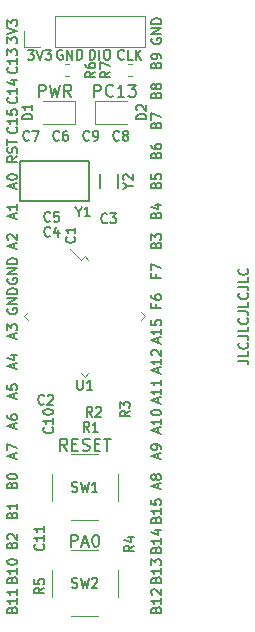
<source format=gto>
G04 #@! TF.GenerationSoftware,KiCad,Pcbnew,(5.1.6)-1*
G04 #@! TF.CreationDate,2020-06-29T16:56:31-07:00*
G04 #@! TF.ProjectId,devboard-edgerail,64657662-6f61-4726-942d-656467657261,A*
G04 #@! TF.SameCoordinates,PX7c82060PY49a3900*
G04 #@! TF.FileFunction,Legend,Top*
G04 #@! TF.FilePolarity,Positive*
%FSLAX46Y46*%
G04 Gerber Fmt 4.6, Leading zero omitted, Abs format (unit mm)*
G04 Created by KiCad (PCBNEW (5.1.6)-1) date 2020-06-29 16:56:31*
%MOMM*%
%LPD*%
G01*
G04 APERTURE LIST*
%ADD10C,0.203200*%
%ADD11C,0.152400*%
%ADD12C,0.120000*%
%ADD13C,0.150000*%
G04 APERTURE END LIST*
D10*
X7958666Y-45163619D02*
X7958666Y-44147619D01*
X8345714Y-44147619D01*
X8442476Y-44196000D01*
X8490857Y-44244380D01*
X8539238Y-44341142D01*
X8539238Y-44486285D01*
X8490857Y-44583047D01*
X8442476Y-44631428D01*
X8345714Y-44679809D01*
X7958666Y-44679809D01*
X8926285Y-44873333D02*
X9410095Y-44873333D01*
X8829523Y-45163619D02*
X9168190Y-44147619D01*
X9506857Y-45163619D01*
X10039047Y-44147619D02*
X10135809Y-44147619D01*
X10232571Y-44196000D01*
X10280952Y-44244380D01*
X10329333Y-44341142D01*
X10377714Y-44534666D01*
X10377714Y-44776571D01*
X10329333Y-44970095D01*
X10280952Y-45066857D01*
X10232571Y-45115238D01*
X10135809Y-45163619D01*
X10039047Y-45163619D01*
X9942285Y-45115238D01*
X9893904Y-45066857D01*
X9845523Y-44970095D01*
X9797142Y-44776571D01*
X9797142Y-44534666D01*
X9845523Y-44341142D01*
X9893904Y-44244380D01*
X9942285Y-44196000D01*
X10039047Y-44147619D01*
X7668380Y-37035619D02*
X7329714Y-36551809D01*
X7087809Y-37035619D02*
X7087809Y-36019619D01*
X7474857Y-36019619D01*
X7571619Y-36068000D01*
X7620000Y-36116380D01*
X7668380Y-36213142D01*
X7668380Y-36358285D01*
X7620000Y-36455047D01*
X7571619Y-36503428D01*
X7474857Y-36551809D01*
X7087809Y-36551809D01*
X8103809Y-36503428D02*
X8442476Y-36503428D01*
X8587619Y-37035619D02*
X8103809Y-37035619D01*
X8103809Y-36019619D01*
X8587619Y-36019619D01*
X8974666Y-36987238D02*
X9119809Y-37035619D01*
X9361714Y-37035619D01*
X9458476Y-36987238D01*
X9506857Y-36938857D01*
X9555238Y-36842095D01*
X9555238Y-36745333D01*
X9506857Y-36648571D01*
X9458476Y-36600190D01*
X9361714Y-36551809D01*
X9168190Y-36503428D01*
X9071428Y-36455047D01*
X9023047Y-36406666D01*
X8974666Y-36309904D01*
X8974666Y-36213142D01*
X9023047Y-36116380D01*
X9071428Y-36068000D01*
X9168190Y-36019619D01*
X9410095Y-36019619D01*
X9555238Y-36068000D01*
X9990666Y-36503428D02*
X10329333Y-36503428D01*
X10474476Y-37035619D02*
X9990666Y-37035619D01*
X9990666Y-36019619D01*
X10474476Y-36019619D01*
X10764761Y-36019619D02*
X11345333Y-36019619D01*
X11055047Y-37035619D02*
X11055047Y-36019619D01*
X9942285Y-7063619D02*
X9942285Y-6047619D01*
X10329333Y-6047619D01*
X10426095Y-6096000D01*
X10474476Y-6144380D01*
X10522857Y-6241142D01*
X10522857Y-6386285D01*
X10474476Y-6483047D01*
X10426095Y-6531428D01*
X10329333Y-6579809D01*
X9942285Y-6579809D01*
X11538857Y-6966857D02*
X11490476Y-7015238D01*
X11345333Y-7063619D01*
X11248571Y-7063619D01*
X11103428Y-7015238D01*
X11006666Y-6918476D01*
X10958285Y-6821714D01*
X10909904Y-6628190D01*
X10909904Y-6483047D01*
X10958285Y-6289523D01*
X11006666Y-6192761D01*
X11103428Y-6096000D01*
X11248571Y-6047619D01*
X11345333Y-6047619D01*
X11490476Y-6096000D01*
X11538857Y-6144380D01*
X12506476Y-7063619D02*
X11925904Y-7063619D01*
X12216190Y-7063619D02*
X12216190Y-6047619D01*
X12119428Y-6192761D01*
X12022666Y-6289523D01*
X11925904Y-6337904D01*
X12845142Y-6047619D02*
X13474095Y-6047619D01*
X13135428Y-6434666D01*
X13280571Y-6434666D01*
X13377333Y-6483047D01*
X13425714Y-6531428D01*
X13474095Y-6628190D01*
X13474095Y-6870095D01*
X13425714Y-6966857D01*
X13377333Y-7015238D01*
X13280571Y-7063619D01*
X12990285Y-7063619D01*
X12893523Y-7015238D01*
X12845142Y-6966857D01*
X5249333Y-7063619D02*
X5249333Y-6047619D01*
X5636380Y-6047619D01*
X5733142Y-6096000D01*
X5781523Y-6144380D01*
X5829904Y-6241142D01*
X5829904Y-6386285D01*
X5781523Y-6483047D01*
X5733142Y-6531428D01*
X5636380Y-6579809D01*
X5249333Y-6579809D01*
X6168571Y-6047619D02*
X6410476Y-7063619D01*
X6604000Y-6337904D01*
X6797523Y-7063619D01*
X7039428Y-6047619D01*
X8007047Y-7063619D02*
X7668380Y-6579809D01*
X7426476Y-7063619D02*
X7426476Y-6047619D01*
X7813523Y-6047619D01*
X7910285Y-6096000D01*
X7958666Y-6144380D01*
X8007047Y-6241142D01*
X8007047Y-6386285D01*
X7958666Y-6483047D01*
X7910285Y-6531428D01*
X7813523Y-6579809D01*
X7426476Y-6579809D01*
D11*
X15181942Y-50500038D02*
X15220647Y-50383923D01*
X15259352Y-50345219D01*
X15336761Y-50306514D01*
X15452876Y-50306514D01*
X15530285Y-50345219D01*
X15568990Y-50383923D01*
X15607695Y-50461333D01*
X15607695Y-50770971D01*
X14794895Y-50770971D01*
X14794895Y-50500038D01*
X14833600Y-50422628D01*
X14872304Y-50383923D01*
X14949714Y-50345219D01*
X15027123Y-50345219D01*
X15104533Y-50383923D01*
X15143238Y-50422628D01*
X15181942Y-50500038D01*
X15181942Y-50770971D01*
X15607695Y-49532419D02*
X15607695Y-49996876D01*
X15607695Y-49764647D02*
X14794895Y-49764647D01*
X14911009Y-49842057D01*
X14988419Y-49919466D01*
X15027123Y-49996876D01*
X14872304Y-49222780D02*
X14833600Y-49184076D01*
X14794895Y-49106666D01*
X14794895Y-48913142D01*
X14833600Y-48835733D01*
X14872304Y-48797028D01*
X14949714Y-48758323D01*
X15027123Y-48758323D01*
X15143238Y-48797028D01*
X15607695Y-49261485D01*
X15607695Y-48758323D01*
X15181942Y-47960038D02*
X15220647Y-47843923D01*
X15259352Y-47805219D01*
X15336761Y-47766514D01*
X15452876Y-47766514D01*
X15530285Y-47805219D01*
X15568990Y-47843923D01*
X15607695Y-47921333D01*
X15607695Y-48230971D01*
X14794895Y-48230971D01*
X14794895Y-47960038D01*
X14833600Y-47882628D01*
X14872304Y-47843923D01*
X14949714Y-47805219D01*
X15027123Y-47805219D01*
X15104533Y-47843923D01*
X15143238Y-47882628D01*
X15181942Y-47960038D01*
X15181942Y-48230971D01*
X15607695Y-46992419D02*
X15607695Y-47456876D01*
X15607695Y-47224647D02*
X14794895Y-47224647D01*
X14911009Y-47302057D01*
X14988419Y-47379466D01*
X15027123Y-47456876D01*
X14794895Y-46721485D02*
X14794895Y-46218323D01*
X15104533Y-46489257D01*
X15104533Y-46373142D01*
X15143238Y-46295733D01*
X15181942Y-46257028D01*
X15259352Y-46218323D01*
X15452876Y-46218323D01*
X15530285Y-46257028D01*
X15568990Y-46295733D01*
X15607695Y-46373142D01*
X15607695Y-46605371D01*
X15568990Y-46682780D01*
X15530285Y-46721485D01*
X15181942Y-45420038D02*
X15220647Y-45303923D01*
X15259352Y-45265219D01*
X15336761Y-45226514D01*
X15452876Y-45226514D01*
X15530285Y-45265219D01*
X15568990Y-45303923D01*
X15607695Y-45381333D01*
X15607695Y-45690971D01*
X14794895Y-45690971D01*
X14794895Y-45420038D01*
X14833600Y-45342628D01*
X14872304Y-45303923D01*
X14949714Y-45265219D01*
X15027123Y-45265219D01*
X15104533Y-45303923D01*
X15143238Y-45342628D01*
X15181942Y-45420038D01*
X15181942Y-45690971D01*
X15607695Y-44452419D02*
X15607695Y-44916876D01*
X15607695Y-44684647D02*
X14794895Y-44684647D01*
X14911009Y-44762057D01*
X14988419Y-44839466D01*
X15027123Y-44916876D01*
X15065828Y-43755733D02*
X15607695Y-43755733D01*
X14756190Y-43949257D02*
X15336761Y-44142780D01*
X15336761Y-43639619D01*
X15181942Y-42880038D02*
X15220647Y-42763923D01*
X15259352Y-42725219D01*
X15336761Y-42686514D01*
X15452876Y-42686514D01*
X15530285Y-42725219D01*
X15568990Y-42763923D01*
X15607695Y-42841333D01*
X15607695Y-43150971D01*
X14794895Y-43150971D01*
X14794895Y-42880038D01*
X14833600Y-42802628D01*
X14872304Y-42763923D01*
X14949714Y-42725219D01*
X15027123Y-42725219D01*
X15104533Y-42763923D01*
X15143238Y-42802628D01*
X15181942Y-42880038D01*
X15181942Y-43150971D01*
X15607695Y-41912419D02*
X15607695Y-42376876D01*
X15607695Y-42144647D02*
X14794895Y-42144647D01*
X14911009Y-42222057D01*
X14988419Y-42299466D01*
X15027123Y-42376876D01*
X14794895Y-41177028D02*
X14794895Y-41564076D01*
X15181942Y-41602780D01*
X15143238Y-41564076D01*
X15104533Y-41486666D01*
X15104533Y-41293142D01*
X15143238Y-41215733D01*
X15181942Y-41177028D01*
X15259352Y-41138323D01*
X15452876Y-41138323D01*
X15530285Y-41177028D01*
X15568990Y-41215733D01*
X15607695Y-41293142D01*
X15607695Y-41486666D01*
X15568990Y-41564076D01*
X15530285Y-41602780D01*
X15375466Y-40204571D02*
X15375466Y-39817523D01*
X15607695Y-40281980D02*
X14794895Y-40011047D01*
X15607695Y-39740114D01*
X15143238Y-39353066D02*
X15104533Y-39430476D01*
X15065828Y-39469180D01*
X14988419Y-39507885D01*
X14949714Y-39507885D01*
X14872304Y-39469180D01*
X14833600Y-39430476D01*
X14794895Y-39353066D01*
X14794895Y-39198247D01*
X14833600Y-39120838D01*
X14872304Y-39082133D01*
X14949714Y-39043428D01*
X14988419Y-39043428D01*
X15065828Y-39082133D01*
X15104533Y-39120838D01*
X15143238Y-39198247D01*
X15143238Y-39353066D01*
X15181942Y-39430476D01*
X15220647Y-39469180D01*
X15298057Y-39507885D01*
X15452876Y-39507885D01*
X15530285Y-39469180D01*
X15568990Y-39430476D01*
X15607695Y-39353066D01*
X15607695Y-39198247D01*
X15568990Y-39120838D01*
X15530285Y-39082133D01*
X15452876Y-39043428D01*
X15298057Y-39043428D01*
X15220647Y-39082133D01*
X15181942Y-39120838D01*
X15143238Y-39198247D01*
X15375466Y-37664571D02*
X15375466Y-37277523D01*
X15607695Y-37741980D02*
X14794895Y-37471047D01*
X15607695Y-37200114D01*
X15607695Y-36890476D02*
X15607695Y-36735657D01*
X15568990Y-36658247D01*
X15530285Y-36619542D01*
X15414171Y-36542133D01*
X15259352Y-36503428D01*
X14949714Y-36503428D01*
X14872304Y-36542133D01*
X14833600Y-36580838D01*
X14794895Y-36658247D01*
X14794895Y-36813066D01*
X14833600Y-36890476D01*
X14872304Y-36929180D01*
X14949714Y-36967885D01*
X15143238Y-36967885D01*
X15220647Y-36929180D01*
X15259352Y-36890476D01*
X15298057Y-36813066D01*
X15298057Y-36658247D01*
X15259352Y-36580838D01*
X15220647Y-36542133D01*
X15143238Y-36503428D01*
X15375466Y-35511619D02*
X15375466Y-35124571D01*
X15607695Y-35589028D02*
X14794895Y-35318095D01*
X15607695Y-35047161D01*
X15607695Y-34350476D02*
X15607695Y-34814933D01*
X15607695Y-34582704D02*
X14794895Y-34582704D01*
X14911009Y-34660114D01*
X14988419Y-34737523D01*
X15027123Y-34814933D01*
X14794895Y-33847314D02*
X14794895Y-33769904D01*
X14833600Y-33692495D01*
X14872304Y-33653790D01*
X14949714Y-33615085D01*
X15104533Y-33576380D01*
X15298057Y-33576380D01*
X15452876Y-33615085D01*
X15530285Y-33653790D01*
X15568990Y-33692495D01*
X15607695Y-33769904D01*
X15607695Y-33847314D01*
X15568990Y-33924723D01*
X15530285Y-33963428D01*
X15452876Y-34002133D01*
X15298057Y-34040838D01*
X15104533Y-34040838D01*
X14949714Y-34002133D01*
X14872304Y-33963428D01*
X14833600Y-33924723D01*
X14794895Y-33847314D01*
X15375466Y-32971619D02*
X15375466Y-32584571D01*
X15607695Y-33049028D02*
X14794895Y-32778095D01*
X15607695Y-32507161D01*
X15607695Y-31810476D02*
X15607695Y-32274933D01*
X15607695Y-32042704D02*
X14794895Y-32042704D01*
X14911009Y-32120114D01*
X14988419Y-32197523D01*
X15027123Y-32274933D01*
X15607695Y-31036380D02*
X15607695Y-31500838D01*
X15607695Y-31268609D02*
X14794895Y-31268609D01*
X14911009Y-31346019D01*
X14988419Y-31423428D01*
X15027123Y-31500838D01*
X15375466Y-30431619D02*
X15375466Y-30044571D01*
X15607695Y-30509028D02*
X14794895Y-30238095D01*
X15607695Y-29967161D01*
X15607695Y-29270476D02*
X15607695Y-29734933D01*
X15607695Y-29502704D02*
X14794895Y-29502704D01*
X14911009Y-29580114D01*
X14988419Y-29657523D01*
X15027123Y-29734933D01*
X14872304Y-28960838D02*
X14833600Y-28922133D01*
X14794895Y-28844723D01*
X14794895Y-28651200D01*
X14833600Y-28573790D01*
X14872304Y-28535085D01*
X14949714Y-28496380D01*
X15027123Y-28496380D01*
X15143238Y-28535085D01*
X15607695Y-28999542D01*
X15607695Y-28496380D01*
X15375466Y-27891619D02*
X15375466Y-27504571D01*
X15607695Y-27969028D02*
X14794895Y-27698095D01*
X15607695Y-27427161D01*
X15607695Y-26730476D02*
X15607695Y-27194933D01*
X15607695Y-26962704D02*
X14794895Y-26962704D01*
X14911009Y-27040114D01*
X14988419Y-27117523D01*
X15027123Y-27194933D01*
X14794895Y-25995085D02*
X14794895Y-26382133D01*
X15181942Y-26420838D01*
X15143238Y-26382133D01*
X15104533Y-26304723D01*
X15104533Y-26111200D01*
X15143238Y-26033790D01*
X15181942Y-25995085D01*
X15259352Y-25956380D01*
X15452876Y-25956380D01*
X15530285Y-25995085D01*
X15568990Y-26033790D01*
X15607695Y-26111200D01*
X15607695Y-26304723D01*
X15568990Y-26382133D01*
X15530285Y-26420838D01*
X15181942Y-24654933D02*
X15181942Y-24925866D01*
X15607695Y-24925866D02*
X14794895Y-24925866D01*
X14794895Y-24538819D01*
X14794895Y-23880838D02*
X14794895Y-24035657D01*
X14833600Y-24113066D01*
X14872304Y-24151771D01*
X14988419Y-24229180D01*
X15143238Y-24267885D01*
X15452876Y-24267885D01*
X15530285Y-24229180D01*
X15568990Y-24190476D01*
X15607695Y-24113066D01*
X15607695Y-23958247D01*
X15568990Y-23880838D01*
X15530285Y-23842133D01*
X15452876Y-23803428D01*
X15259352Y-23803428D01*
X15181942Y-23842133D01*
X15143238Y-23880838D01*
X15104533Y-23958247D01*
X15104533Y-24113066D01*
X15143238Y-24190476D01*
X15181942Y-24229180D01*
X15259352Y-24267885D01*
X15181942Y-22114933D02*
X15181942Y-22385866D01*
X15607695Y-22385866D02*
X14794895Y-22385866D01*
X14794895Y-21998819D01*
X14794895Y-21766590D02*
X14794895Y-21224723D01*
X15607695Y-21573066D01*
X15181942Y-19632990D02*
X15220647Y-19516876D01*
X15259352Y-19478171D01*
X15336761Y-19439466D01*
X15452876Y-19439466D01*
X15530285Y-19478171D01*
X15568990Y-19516876D01*
X15607695Y-19594285D01*
X15607695Y-19903923D01*
X14794895Y-19903923D01*
X14794895Y-19632990D01*
X14833600Y-19555580D01*
X14872304Y-19516876D01*
X14949714Y-19478171D01*
X15027123Y-19478171D01*
X15104533Y-19516876D01*
X15143238Y-19555580D01*
X15181942Y-19632990D01*
X15181942Y-19903923D01*
X14794895Y-19168533D02*
X14794895Y-18665371D01*
X15104533Y-18936304D01*
X15104533Y-18820190D01*
X15143238Y-18742780D01*
X15181942Y-18704076D01*
X15259352Y-18665371D01*
X15452876Y-18665371D01*
X15530285Y-18704076D01*
X15568990Y-18742780D01*
X15607695Y-18820190D01*
X15607695Y-19052419D01*
X15568990Y-19129828D01*
X15530285Y-19168533D01*
X15181942Y-17092990D02*
X15220647Y-16976876D01*
X15259352Y-16938171D01*
X15336761Y-16899466D01*
X15452876Y-16899466D01*
X15530285Y-16938171D01*
X15568990Y-16976876D01*
X15607695Y-17054285D01*
X15607695Y-17363923D01*
X14794895Y-17363923D01*
X14794895Y-17092990D01*
X14833600Y-17015580D01*
X14872304Y-16976876D01*
X14949714Y-16938171D01*
X15027123Y-16938171D01*
X15104533Y-16976876D01*
X15143238Y-17015580D01*
X15181942Y-17092990D01*
X15181942Y-17363923D01*
X15065828Y-16202780D02*
X15607695Y-16202780D01*
X14756190Y-16396304D02*
X15336761Y-16589828D01*
X15336761Y-16086666D01*
X15181942Y-14552990D02*
X15220647Y-14436876D01*
X15259352Y-14398171D01*
X15336761Y-14359466D01*
X15452876Y-14359466D01*
X15530285Y-14398171D01*
X15568990Y-14436876D01*
X15607695Y-14514285D01*
X15607695Y-14823923D01*
X14794895Y-14823923D01*
X14794895Y-14552990D01*
X14833600Y-14475580D01*
X14872304Y-14436876D01*
X14949714Y-14398171D01*
X15027123Y-14398171D01*
X15104533Y-14436876D01*
X15143238Y-14475580D01*
X15181942Y-14552990D01*
X15181942Y-14823923D01*
X14794895Y-13624076D02*
X14794895Y-14011123D01*
X15181942Y-14049828D01*
X15143238Y-14011123D01*
X15104533Y-13933714D01*
X15104533Y-13740190D01*
X15143238Y-13662780D01*
X15181942Y-13624076D01*
X15259352Y-13585371D01*
X15452876Y-13585371D01*
X15530285Y-13624076D01*
X15568990Y-13662780D01*
X15607695Y-13740190D01*
X15607695Y-13933714D01*
X15568990Y-14011123D01*
X15530285Y-14049828D01*
X15181942Y-12012990D02*
X15220647Y-11896876D01*
X15259352Y-11858171D01*
X15336761Y-11819466D01*
X15452876Y-11819466D01*
X15530285Y-11858171D01*
X15568990Y-11896876D01*
X15607695Y-11974285D01*
X15607695Y-12283923D01*
X14794895Y-12283923D01*
X14794895Y-12012990D01*
X14833600Y-11935580D01*
X14872304Y-11896876D01*
X14949714Y-11858171D01*
X15027123Y-11858171D01*
X15104533Y-11896876D01*
X15143238Y-11935580D01*
X15181942Y-12012990D01*
X15181942Y-12283923D01*
X14794895Y-11122780D02*
X14794895Y-11277600D01*
X14833600Y-11355009D01*
X14872304Y-11393714D01*
X14988419Y-11471123D01*
X15143238Y-11509828D01*
X15452876Y-11509828D01*
X15530285Y-11471123D01*
X15568990Y-11432419D01*
X15607695Y-11355009D01*
X15607695Y-11200190D01*
X15568990Y-11122780D01*
X15530285Y-11084076D01*
X15452876Y-11045371D01*
X15259352Y-11045371D01*
X15181942Y-11084076D01*
X15143238Y-11122780D01*
X15104533Y-11200190D01*
X15104533Y-11355009D01*
X15143238Y-11432419D01*
X15181942Y-11471123D01*
X15259352Y-11509828D01*
X15181942Y-9472990D02*
X15220647Y-9356876D01*
X15259352Y-9318171D01*
X15336761Y-9279466D01*
X15452876Y-9279466D01*
X15530285Y-9318171D01*
X15568990Y-9356876D01*
X15607695Y-9434285D01*
X15607695Y-9743923D01*
X14794895Y-9743923D01*
X14794895Y-9472990D01*
X14833600Y-9395580D01*
X14872304Y-9356876D01*
X14949714Y-9318171D01*
X15027123Y-9318171D01*
X15104533Y-9356876D01*
X15143238Y-9395580D01*
X15181942Y-9472990D01*
X15181942Y-9743923D01*
X14794895Y-9008533D02*
X14794895Y-8466666D01*
X15607695Y-8815009D01*
X15181942Y-6932990D02*
X15220647Y-6816876D01*
X15259352Y-6778171D01*
X15336761Y-6739466D01*
X15452876Y-6739466D01*
X15530285Y-6778171D01*
X15568990Y-6816876D01*
X15607695Y-6894285D01*
X15607695Y-7203923D01*
X14794895Y-7203923D01*
X14794895Y-6932990D01*
X14833600Y-6855580D01*
X14872304Y-6816876D01*
X14949714Y-6778171D01*
X15027123Y-6778171D01*
X15104533Y-6816876D01*
X15143238Y-6855580D01*
X15181942Y-6932990D01*
X15181942Y-7203923D01*
X15143238Y-6275009D02*
X15104533Y-6352419D01*
X15065828Y-6391123D01*
X14988419Y-6429828D01*
X14949714Y-6429828D01*
X14872304Y-6391123D01*
X14833600Y-6352419D01*
X14794895Y-6275009D01*
X14794895Y-6120190D01*
X14833600Y-6042780D01*
X14872304Y-6004076D01*
X14949714Y-5965371D01*
X14988419Y-5965371D01*
X15065828Y-6004076D01*
X15104533Y-6042780D01*
X15143238Y-6120190D01*
X15143238Y-6275009D01*
X15181942Y-6352419D01*
X15220647Y-6391123D01*
X15298057Y-6429828D01*
X15452876Y-6429828D01*
X15530285Y-6391123D01*
X15568990Y-6352419D01*
X15607695Y-6275009D01*
X15607695Y-6120190D01*
X15568990Y-6042780D01*
X15530285Y-6004076D01*
X15452876Y-5965371D01*
X15298057Y-5965371D01*
X15220647Y-6004076D01*
X15181942Y-6042780D01*
X15143238Y-6120190D01*
X15181942Y-4392990D02*
X15220647Y-4276876D01*
X15259352Y-4238171D01*
X15336761Y-4199466D01*
X15452876Y-4199466D01*
X15530285Y-4238171D01*
X15568990Y-4276876D01*
X15607695Y-4354285D01*
X15607695Y-4663923D01*
X14794895Y-4663923D01*
X14794895Y-4392990D01*
X14833600Y-4315580D01*
X14872304Y-4276876D01*
X14949714Y-4238171D01*
X15027123Y-4238171D01*
X15104533Y-4276876D01*
X15143238Y-4315580D01*
X15181942Y-4392990D01*
X15181942Y-4663923D01*
X15607695Y-3812419D02*
X15607695Y-3657600D01*
X15568990Y-3580190D01*
X15530285Y-3541485D01*
X15414171Y-3464076D01*
X15259352Y-3425371D01*
X14949714Y-3425371D01*
X14872304Y-3464076D01*
X14833600Y-3502780D01*
X14794895Y-3580190D01*
X14794895Y-3735009D01*
X14833600Y-3812419D01*
X14872304Y-3851123D01*
X14949714Y-3889828D01*
X15143238Y-3889828D01*
X15220647Y-3851123D01*
X15259352Y-3812419D01*
X15298057Y-3735009D01*
X15298057Y-3580190D01*
X15259352Y-3502780D01*
X15220647Y-3464076D01*
X15143238Y-3425371D01*
X14833600Y-2143276D02*
X14794895Y-2220685D01*
X14794895Y-2336800D01*
X14833600Y-2452914D01*
X14911009Y-2530323D01*
X14988419Y-2569028D01*
X15143238Y-2607733D01*
X15259352Y-2607733D01*
X15414171Y-2569028D01*
X15491580Y-2530323D01*
X15568990Y-2452914D01*
X15607695Y-2336800D01*
X15607695Y-2259390D01*
X15568990Y-2143276D01*
X15530285Y-2104571D01*
X15259352Y-2104571D01*
X15259352Y-2259390D01*
X15607695Y-1756228D02*
X14794895Y-1756228D01*
X15607695Y-1291771D01*
X14794895Y-1291771D01*
X15607695Y-904723D02*
X14794895Y-904723D01*
X14794895Y-711200D01*
X14833600Y-595085D01*
X14911009Y-517676D01*
X14988419Y-478971D01*
X15143238Y-440266D01*
X15259352Y-440266D01*
X15414171Y-478971D01*
X15491580Y-517676D01*
X15568990Y-595085D01*
X15607695Y-711200D01*
X15607695Y-904723D01*
X2602895Y-2530323D02*
X2602895Y-2027161D01*
X2912533Y-2298095D01*
X2912533Y-2181980D01*
X2951238Y-2104571D01*
X2989942Y-2065866D01*
X3067352Y-2027161D01*
X3260876Y-2027161D01*
X3338285Y-2065866D01*
X3376990Y-2104571D01*
X3415695Y-2181980D01*
X3415695Y-2414209D01*
X3376990Y-2491619D01*
X3338285Y-2530323D01*
X2602895Y-1794933D02*
X3415695Y-1524000D01*
X2602895Y-1253066D01*
X2602895Y-1059542D02*
X2602895Y-556380D01*
X2912533Y-827314D01*
X2912533Y-711200D01*
X2951238Y-633790D01*
X2989942Y-595085D01*
X3067352Y-556380D01*
X3260876Y-556380D01*
X3338285Y-595085D01*
X3376990Y-633790D01*
X3415695Y-711200D01*
X3415695Y-943428D01*
X3376990Y-1020838D01*
X3338285Y-1059542D01*
X3338285Y-4586514D02*
X3376990Y-4625219D01*
X3415695Y-4741333D01*
X3415695Y-4818742D01*
X3376990Y-4934857D01*
X3299580Y-5012266D01*
X3222171Y-5050971D01*
X3067352Y-5089676D01*
X2951238Y-5089676D01*
X2796419Y-5050971D01*
X2719009Y-5012266D01*
X2641600Y-4934857D01*
X2602895Y-4818742D01*
X2602895Y-4741333D01*
X2641600Y-4625219D01*
X2680304Y-4586514D01*
X3415695Y-3812419D02*
X3415695Y-4276876D01*
X3415695Y-4044647D02*
X2602895Y-4044647D01*
X2719009Y-4122057D01*
X2796419Y-4199466D01*
X2835123Y-4276876D01*
X2602895Y-3541485D02*
X2602895Y-3038323D01*
X2912533Y-3309257D01*
X2912533Y-3193142D01*
X2951238Y-3115733D01*
X2989942Y-3077028D01*
X3067352Y-3038323D01*
X3260876Y-3038323D01*
X3338285Y-3077028D01*
X3376990Y-3115733D01*
X3415695Y-3193142D01*
X3415695Y-3425371D01*
X3376990Y-3502780D01*
X3338285Y-3541485D01*
X3338285Y-7126514D02*
X3376990Y-7165219D01*
X3415695Y-7281333D01*
X3415695Y-7358742D01*
X3376990Y-7474857D01*
X3299580Y-7552266D01*
X3222171Y-7590971D01*
X3067352Y-7629676D01*
X2951238Y-7629676D01*
X2796419Y-7590971D01*
X2719009Y-7552266D01*
X2641600Y-7474857D01*
X2602895Y-7358742D01*
X2602895Y-7281333D01*
X2641600Y-7165219D01*
X2680304Y-7126514D01*
X3415695Y-6352419D02*
X3415695Y-6816876D01*
X3415695Y-6584647D02*
X2602895Y-6584647D01*
X2719009Y-6662057D01*
X2796419Y-6739466D01*
X2835123Y-6816876D01*
X2873828Y-5655733D02*
X3415695Y-5655733D01*
X2564190Y-5849257D02*
X3144761Y-6042780D01*
X3144761Y-5539619D01*
X3338285Y-9666514D02*
X3376990Y-9705219D01*
X3415695Y-9821333D01*
X3415695Y-9898742D01*
X3376990Y-10014857D01*
X3299580Y-10092266D01*
X3222171Y-10130971D01*
X3067352Y-10169676D01*
X2951238Y-10169676D01*
X2796419Y-10130971D01*
X2719009Y-10092266D01*
X2641600Y-10014857D01*
X2602895Y-9898742D01*
X2602895Y-9821333D01*
X2641600Y-9705219D01*
X2680304Y-9666514D01*
X3415695Y-8892419D02*
X3415695Y-9356876D01*
X3415695Y-9124647D02*
X2602895Y-9124647D01*
X2719009Y-9202057D01*
X2796419Y-9279466D01*
X2835123Y-9356876D01*
X2602895Y-8157028D02*
X2602895Y-8544076D01*
X2989942Y-8582780D01*
X2951238Y-8544076D01*
X2912533Y-8466666D01*
X2912533Y-8273142D01*
X2951238Y-8195733D01*
X2989942Y-8157028D01*
X3067352Y-8118323D01*
X3260876Y-8118323D01*
X3338285Y-8157028D01*
X3376990Y-8195733D01*
X3415695Y-8273142D01*
X3415695Y-8466666D01*
X3376990Y-8544076D01*
X3338285Y-8582780D01*
X3415695Y-12129104D02*
X3028647Y-12400038D01*
X3415695Y-12593561D02*
X2602895Y-12593561D01*
X2602895Y-12283923D01*
X2641600Y-12206514D01*
X2680304Y-12167809D01*
X2757714Y-12129104D01*
X2873828Y-12129104D01*
X2951238Y-12167809D01*
X2989942Y-12206514D01*
X3028647Y-12283923D01*
X3028647Y-12593561D01*
X3376990Y-11819466D02*
X3415695Y-11703352D01*
X3415695Y-11509828D01*
X3376990Y-11432419D01*
X3338285Y-11393714D01*
X3260876Y-11355009D01*
X3183466Y-11355009D01*
X3106057Y-11393714D01*
X3067352Y-11432419D01*
X3028647Y-11509828D01*
X2989942Y-11664647D01*
X2951238Y-11742057D01*
X2912533Y-11780761D01*
X2835123Y-11819466D01*
X2757714Y-11819466D01*
X2680304Y-11780761D01*
X2641600Y-11742057D01*
X2602895Y-11664647D01*
X2602895Y-11471123D01*
X2641600Y-11355009D01*
X2602895Y-11122780D02*
X2602895Y-10658323D01*
X3415695Y-10890552D02*
X2602895Y-10890552D01*
X3183466Y-14804571D02*
X3183466Y-14417523D01*
X3415695Y-14881980D02*
X2602895Y-14611047D01*
X3415695Y-14340114D01*
X2602895Y-13914361D02*
X2602895Y-13836952D01*
X2641600Y-13759542D01*
X2680304Y-13720838D01*
X2757714Y-13682133D01*
X2912533Y-13643428D01*
X3106057Y-13643428D01*
X3260876Y-13682133D01*
X3338285Y-13720838D01*
X3376990Y-13759542D01*
X3415695Y-13836952D01*
X3415695Y-13914361D01*
X3376990Y-13991771D01*
X3338285Y-14030476D01*
X3260876Y-14069180D01*
X3106057Y-14107885D01*
X2912533Y-14107885D01*
X2757714Y-14069180D01*
X2680304Y-14030476D01*
X2641600Y-13991771D01*
X2602895Y-13914361D01*
X3183466Y-17344571D02*
X3183466Y-16957523D01*
X3415695Y-17421980D02*
X2602895Y-17151047D01*
X3415695Y-16880114D01*
X3415695Y-16183428D02*
X3415695Y-16647885D01*
X3415695Y-16415657D02*
X2602895Y-16415657D01*
X2719009Y-16493066D01*
X2796419Y-16570476D01*
X2835123Y-16647885D01*
X3183466Y-19884571D02*
X3183466Y-19497523D01*
X3415695Y-19961980D02*
X2602895Y-19691047D01*
X3415695Y-19420114D01*
X2680304Y-19187885D02*
X2641600Y-19149180D01*
X2602895Y-19071771D01*
X2602895Y-18878247D01*
X2641600Y-18800838D01*
X2680304Y-18762133D01*
X2757714Y-18723428D01*
X2835123Y-18723428D01*
X2951238Y-18762133D01*
X3415695Y-19226590D01*
X3415695Y-18723428D01*
X2641600Y-22463276D02*
X2602895Y-22540685D01*
X2602895Y-22656800D01*
X2641600Y-22772914D01*
X2719009Y-22850323D01*
X2796419Y-22889028D01*
X2951238Y-22927733D01*
X3067352Y-22927733D01*
X3222171Y-22889028D01*
X3299580Y-22850323D01*
X3376990Y-22772914D01*
X3415695Y-22656800D01*
X3415695Y-22579390D01*
X3376990Y-22463276D01*
X3338285Y-22424571D01*
X3067352Y-22424571D01*
X3067352Y-22579390D01*
X3415695Y-22076228D02*
X2602895Y-22076228D01*
X3415695Y-21611771D01*
X2602895Y-21611771D01*
X3415695Y-21224723D02*
X2602895Y-21224723D01*
X2602895Y-21031200D01*
X2641600Y-20915085D01*
X2719009Y-20837676D01*
X2796419Y-20798971D01*
X2951238Y-20760266D01*
X3067352Y-20760266D01*
X3222171Y-20798971D01*
X3299580Y-20837676D01*
X3376990Y-20915085D01*
X3415695Y-21031200D01*
X3415695Y-21224723D01*
X2641600Y-25003276D02*
X2602895Y-25080685D01*
X2602895Y-25196800D01*
X2641600Y-25312914D01*
X2719009Y-25390323D01*
X2796419Y-25429028D01*
X2951238Y-25467733D01*
X3067352Y-25467733D01*
X3222171Y-25429028D01*
X3299580Y-25390323D01*
X3376990Y-25312914D01*
X3415695Y-25196800D01*
X3415695Y-25119390D01*
X3376990Y-25003276D01*
X3338285Y-24964571D01*
X3067352Y-24964571D01*
X3067352Y-25119390D01*
X3415695Y-24616228D02*
X2602895Y-24616228D01*
X3415695Y-24151771D01*
X2602895Y-24151771D01*
X3415695Y-23764723D02*
X2602895Y-23764723D01*
X2602895Y-23571200D01*
X2641600Y-23455085D01*
X2719009Y-23377676D01*
X2796419Y-23338971D01*
X2951238Y-23300266D01*
X3067352Y-23300266D01*
X3222171Y-23338971D01*
X3299580Y-23377676D01*
X3376990Y-23455085D01*
X3415695Y-23571200D01*
X3415695Y-23764723D01*
X3183466Y-27504571D02*
X3183466Y-27117523D01*
X3415695Y-27581980D02*
X2602895Y-27311047D01*
X3415695Y-27040114D01*
X2602895Y-26846590D02*
X2602895Y-26343428D01*
X2912533Y-26614361D01*
X2912533Y-26498247D01*
X2951238Y-26420838D01*
X2989942Y-26382133D01*
X3067352Y-26343428D01*
X3260876Y-26343428D01*
X3338285Y-26382133D01*
X3376990Y-26420838D01*
X3415695Y-26498247D01*
X3415695Y-26730476D01*
X3376990Y-26807885D01*
X3338285Y-26846590D01*
X2989942Y-50500038D02*
X3028647Y-50383923D01*
X3067352Y-50345219D01*
X3144761Y-50306514D01*
X3260876Y-50306514D01*
X3338285Y-50345219D01*
X3376990Y-50383923D01*
X3415695Y-50461333D01*
X3415695Y-50770971D01*
X2602895Y-50770971D01*
X2602895Y-50500038D01*
X2641600Y-50422628D01*
X2680304Y-50383923D01*
X2757714Y-50345219D01*
X2835123Y-50345219D01*
X2912533Y-50383923D01*
X2951238Y-50422628D01*
X2989942Y-50500038D01*
X2989942Y-50770971D01*
X3415695Y-49532419D02*
X3415695Y-49996876D01*
X3415695Y-49764647D02*
X2602895Y-49764647D01*
X2719009Y-49842057D01*
X2796419Y-49919466D01*
X2835123Y-49996876D01*
X3415695Y-48758323D02*
X3415695Y-49222780D01*
X3415695Y-48990552D02*
X2602895Y-48990552D01*
X2719009Y-49067961D01*
X2796419Y-49145371D01*
X2835123Y-49222780D01*
X2989942Y-47960038D02*
X3028647Y-47843923D01*
X3067352Y-47805219D01*
X3144761Y-47766514D01*
X3260876Y-47766514D01*
X3338285Y-47805219D01*
X3376990Y-47843923D01*
X3415695Y-47921333D01*
X3415695Y-48230971D01*
X2602895Y-48230971D01*
X2602895Y-47960038D01*
X2641600Y-47882628D01*
X2680304Y-47843923D01*
X2757714Y-47805219D01*
X2835123Y-47805219D01*
X2912533Y-47843923D01*
X2951238Y-47882628D01*
X2989942Y-47960038D01*
X2989942Y-48230971D01*
X3415695Y-46992419D02*
X3415695Y-47456876D01*
X3415695Y-47224647D02*
X2602895Y-47224647D01*
X2719009Y-47302057D01*
X2796419Y-47379466D01*
X2835123Y-47456876D01*
X2602895Y-46489257D02*
X2602895Y-46411847D01*
X2641600Y-46334438D01*
X2680304Y-46295733D01*
X2757714Y-46257028D01*
X2912533Y-46218323D01*
X3106057Y-46218323D01*
X3260876Y-46257028D01*
X3338285Y-46295733D01*
X3376990Y-46334438D01*
X3415695Y-46411847D01*
X3415695Y-46489257D01*
X3376990Y-46566666D01*
X3338285Y-46605371D01*
X3260876Y-46644076D01*
X3106057Y-46682780D01*
X2912533Y-46682780D01*
X2757714Y-46644076D01*
X2680304Y-46605371D01*
X2641600Y-46566666D01*
X2602895Y-46489257D01*
X2989942Y-45032990D02*
X3028647Y-44916876D01*
X3067352Y-44878171D01*
X3144761Y-44839466D01*
X3260876Y-44839466D01*
X3338285Y-44878171D01*
X3376990Y-44916876D01*
X3415695Y-44994285D01*
X3415695Y-45303923D01*
X2602895Y-45303923D01*
X2602895Y-45032990D01*
X2641600Y-44955580D01*
X2680304Y-44916876D01*
X2757714Y-44878171D01*
X2835123Y-44878171D01*
X2912533Y-44916876D01*
X2951238Y-44955580D01*
X2989942Y-45032990D01*
X2989942Y-45303923D01*
X2680304Y-44529828D02*
X2641600Y-44491123D01*
X2602895Y-44413714D01*
X2602895Y-44220190D01*
X2641600Y-44142780D01*
X2680304Y-44104076D01*
X2757714Y-44065371D01*
X2835123Y-44065371D01*
X2951238Y-44104076D01*
X3415695Y-44568533D01*
X3415695Y-44065371D01*
X2989942Y-42492990D02*
X3028647Y-42376876D01*
X3067352Y-42338171D01*
X3144761Y-42299466D01*
X3260876Y-42299466D01*
X3338285Y-42338171D01*
X3376990Y-42376876D01*
X3415695Y-42454285D01*
X3415695Y-42763923D01*
X2602895Y-42763923D01*
X2602895Y-42492990D01*
X2641600Y-42415580D01*
X2680304Y-42376876D01*
X2757714Y-42338171D01*
X2835123Y-42338171D01*
X2912533Y-42376876D01*
X2951238Y-42415580D01*
X2989942Y-42492990D01*
X2989942Y-42763923D01*
X3415695Y-41525371D02*
X3415695Y-41989828D01*
X3415695Y-41757600D02*
X2602895Y-41757600D01*
X2719009Y-41835009D01*
X2796419Y-41912419D01*
X2835123Y-41989828D01*
X2989942Y-39952990D02*
X3028647Y-39836876D01*
X3067352Y-39798171D01*
X3144761Y-39759466D01*
X3260876Y-39759466D01*
X3338285Y-39798171D01*
X3376990Y-39836876D01*
X3415695Y-39914285D01*
X3415695Y-40223923D01*
X2602895Y-40223923D01*
X2602895Y-39952990D01*
X2641600Y-39875580D01*
X2680304Y-39836876D01*
X2757714Y-39798171D01*
X2835123Y-39798171D01*
X2912533Y-39836876D01*
X2951238Y-39875580D01*
X2989942Y-39952990D01*
X2989942Y-40223923D01*
X2602895Y-39256304D02*
X2602895Y-39178895D01*
X2641600Y-39101485D01*
X2680304Y-39062780D01*
X2757714Y-39024076D01*
X2912533Y-38985371D01*
X3106057Y-38985371D01*
X3260876Y-39024076D01*
X3338285Y-39062780D01*
X3376990Y-39101485D01*
X3415695Y-39178895D01*
X3415695Y-39256304D01*
X3376990Y-39333714D01*
X3338285Y-39372419D01*
X3260876Y-39411123D01*
X3106057Y-39449828D01*
X2912533Y-39449828D01*
X2757714Y-39411123D01*
X2680304Y-39372419D01*
X2641600Y-39333714D01*
X2602895Y-39256304D01*
X3183466Y-37664571D02*
X3183466Y-37277523D01*
X3415695Y-37741980D02*
X2602895Y-37471047D01*
X3415695Y-37200114D01*
X2602895Y-37006590D02*
X2602895Y-36464723D01*
X3415695Y-36813066D01*
X3183466Y-35124571D02*
X3183466Y-34737523D01*
X3415695Y-35201980D02*
X2602895Y-34931047D01*
X3415695Y-34660114D01*
X2602895Y-34040838D02*
X2602895Y-34195657D01*
X2641600Y-34273066D01*
X2680304Y-34311771D01*
X2796419Y-34389180D01*
X2951238Y-34427885D01*
X3260876Y-34427885D01*
X3338285Y-34389180D01*
X3376990Y-34350476D01*
X3415695Y-34273066D01*
X3415695Y-34118247D01*
X3376990Y-34040838D01*
X3338285Y-34002133D01*
X3260876Y-33963428D01*
X3067352Y-33963428D01*
X2989942Y-34002133D01*
X2951238Y-34040838D01*
X2912533Y-34118247D01*
X2912533Y-34273066D01*
X2951238Y-34350476D01*
X2989942Y-34389180D01*
X3067352Y-34427885D01*
X3183466Y-32584571D02*
X3183466Y-32197523D01*
X3415695Y-32661980D02*
X2602895Y-32391047D01*
X3415695Y-32120114D01*
X2602895Y-31462133D02*
X2602895Y-31849180D01*
X2989942Y-31887885D01*
X2951238Y-31849180D01*
X2912533Y-31771771D01*
X2912533Y-31578247D01*
X2951238Y-31500838D01*
X2989942Y-31462133D01*
X3067352Y-31423428D01*
X3260876Y-31423428D01*
X3338285Y-31462133D01*
X3376990Y-31500838D01*
X3415695Y-31578247D01*
X3415695Y-31771771D01*
X3376990Y-31849180D01*
X3338285Y-31887885D01*
X3183466Y-30044571D02*
X3183466Y-29657523D01*
X3415695Y-30121980D02*
X2602895Y-29851047D01*
X3415695Y-29580114D01*
X2873828Y-28960838D02*
X3415695Y-28960838D01*
X2564190Y-29154361D02*
X3144761Y-29347885D01*
X3144761Y-28844723D01*
X4327676Y-3110895D02*
X4830838Y-3110895D01*
X4559904Y-3420533D01*
X4676019Y-3420533D01*
X4753428Y-3459238D01*
X4792133Y-3497942D01*
X4830838Y-3575352D01*
X4830838Y-3768876D01*
X4792133Y-3846285D01*
X4753428Y-3884990D01*
X4676019Y-3923695D01*
X4443790Y-3923695D01*
X4366380Y-3884990D01*
X4327676Y-3846285D01*
X5063066Y-3110895D02*
X5334000Y-3923695D01*
X5604933Y-3110895D01*
X5798457Y-3110895D02*
X6301619Y-3110895D01*
X6030685Y-3420533D01*
X6146800Y-3420533D01*
X6224209Y-3459238D01*
X6262914Y-3497942D01*
X6301619Y-3575352D01*
X6301619Y-3768876D01*
X6262914Y-3846285D01*
X6224209Y-3884990D01*
X6146800Y-3923695D01*
X5914571Y-3923695D01*
X5837161Y-3884990D01*
X5798457Y-3846285D01*
X7254723Y-3149600D02*
X7177314Y-3110895D01*
X7061200Y-3110895D01*
X6945085Y-3149600D01*
X6867676Y-3227009D01*
X6828971Y-3304419D01*
X6790266Y-3459238D01*
X6790266Y-3575352D01*
X6828971Y-3730171D01*
X6867676Y-3807580D01*
X6945085Y-3884990D01*
X7061200Y-3923695D01*
X7138609Y-3923695D01*
X7254723Y-3884990D01*
X7293428Y-3846285D01*
X7293428Y-3575352D01*
X7138609Y-3575352D01*
X7641771Y-3923695D02*
X7641771Y-3110895D01*
X8106228Y-3923695D01*
X8106228Y-3110895D01*
X8493276Y-3923695D02*
X8493276Y-3110895D01*
X8686800Y-3110895D01*
X8802914Y-3149600D01*
X8880323Y-3227009D01*
X8919028Y-3304419D01*
X8957733Y-3459238D01*
X8957733Y-3575352D01*
X8919028Y-3730171D01*
X8880323Y-3807580D01*
X8802914Y-3884990D01*
X8686800Y-3923695D01*
X8493276Y-3923695D01*
X9581847Y-3923695D02*
X9581847Y-3110895D01*
X9775371Y-3110895D01*
X9891485Y-3149600D01*
X9968895Y-3227009D01*
X10007600Y-3304419D01*
X10046304Y-3459238D01*
X10046304Y-3575352D01*
X10007600Y-3730171D01*
X9968895Y-3807580D01*
X9891485Y-3884990D01*
X9775371Y-3923695D01*
X9581847Y-3923695D01*
X10394647Y-3923695D02*
X10394647Y-3110895D01*
X10936514Y-3110895D02*
X11091333Y-3110895D01*
X11168742Y-3149600D01*
X11246152Y-3227009D01*
X11284857Y-3381828D01*
X11284857Y-3652761D01*
X11246152Y-3807580D01*
X11168742Y-3884990D01*
X11091333Y-3923695D01*
X10936514Y-3923695D01*
X10859104Y-3884990D01*
X10781695Y-3807580D01*
X10742990Y-3652761D01*
X10742990Y-3381828D01*
X10781695Y-3227009D01*
X10859104Y-3149600D01*
X10936514Y-3110895D01*
X12470190Y-3846285D02*
X12431485Y-3884990D01*
X12315371Y-3923695D01*
X12237961Y-3923695D01*
X12121847Y-3884990D01*
X12044438Y-3807580D01*
X12005733Y-3730171D01*
X11967028Y-3575352D01*
X11967028Y-3459238D01*
X12005733Y-3304419D01*
X12044438Y-3227009D01*
X12121847Y-3149600D01*
X12237961Y-3110895D01*
X12315371Y-3110895D01*
X12431485Y-3149600D01*
X12470190Y-3188304D01*
X13205580Y-3923695D02*
X12818533Y-3923695D01*
X12818533Y-3110895D01*
X13476514Y-3923695D02*
X13476514Y-3110895D01*
X13940971Y-3923695D02*
X13592628Y-3459238D01*
X13940971Y-3110895D02*
X13476514Y-3575352D01*
X22160895Y-29408361D02*
X22741466Y-29408361D01*
X22857580Y-29447066D01*
X22934990Y-29524476D01*
X22973695Y-29640590D01*
X22973695Y-29718000D01*
X22973695Y-28634266D02*
X22973695Y-29021314D01*
X22160895Y-29021314D01*
X22896285Y-27898876D02*
X22934990Y-27937580D01*
X22973695Y-28053695D01*
X22973695Y-28131104D01*
X22934990Y-28247219D01*
X22857580Y-28324628D01*
X22780171Y-28363333D01*
X22625352Y-28402038D01*
X22509238Y-28402038D01*
X22354419Y-28363333D01*
X22277009Y-28324628D01*
X22199600Y-28247219D01*
X22160895Y-28131104D01*
X22160895Y-28053695D01*
X22199600Y-27937580D01*
X22238304Y-27898876D01*
X22160895Y-27318304D02*
X22741466Y-27318304D01*
X22857580Y-27357009D01*
X22934990Y-27434419D01*
X22973695Y-27550533D01*
X22973695Y-27627942D01*
X22973695Y-26544209D02*
X22973695Y-26931257D01*
X22160895Y-26931257D01*
X22896285Y-25808819D02*
X22934990Y-25847523D01*
X22973695Y-25963638D01*
X22973695Y-26041047D01*
X22934990Y-26157161D01*
X22857580Y-26234571D01*
X22780171Y-26273276D01*
X22625352Y-26311980D01*
X22509238Y-26311980D01*
X22354419Y-26273276D01*
X22277009Y-26234571D01*
X22199600Y-26157161D01*
X22160895Y-26041047D01*
X22160895Y-25963638D01*
X22199600Y-25847523D01*
X22238304Y-25808819D01*
X22160895Y-25228247D02*
X22741466Y-25228247D01*
X22857580Y-25266952D01*
X22934990Y-25344361D01*
X22973695Y-25460476D01*
X22973695Y-25537885D01*
X22973695Y-24454152D02*
X22973695Y-24841200D01*
X22160895Y-24841200D01*
X22896285Y-23718761D02*
X22934990Y-23757466D01*
X22973695Y-23873580D01*
X22973695Y-23950990D01*
X22934990Y-24067104D01*
X22857580Y-24144514D01*
X22780171Y-24183219D01*
X22625352Y-24221923D01*
X22509238Y-24221923D01*
X22354419Y-24183219D01*
X22277009Y-24144514D01*
X22199600Y-24067104D01*
X22160895Y-23950990D01*
X22160895Y-23873580D01*
X22199600Y-23757466D01*
X22238304Y-23718761D01*
X22160895Y-23138190D02*
X22741466Y-23138190D01*
X22857580Y-23176895D01*
X22934990Y-23254304D01*
X22973695Y-23370419D01*
X22973695Y-23447828D01*
X22973695Y-22364095D02*
X22973695Y-22751142D01*
X22160895Y-22751142D01*
X22896285Y-21628704D02*
X22934990Y-21667409D01*
X22973695Y-21783523D01*
X22973695Y-21860933D01*
X22934990Y-21977047D01*
X22857580Y-22054457D01*
X22780171Y-22093161D01*
X22625352Y-22131866D01*
X22509238Y-22131866D01*
X22354419Y-22093161D01*
X22277009Y-22054457D01*
X22199600Y-21977047D01*
X22160895Y-21860933D01*
X22160895Y-21783523D01*
X22199600Y-21667409D01*
X22238304Y-21628704D01*
D12*
X11938000Y-47117000D02*
X11938000Y-49403000D01*
X8001000Y-45466000D02*
X10287000Y-45466000D01*
X6350000Y-47117000D02*
X6350000Y-49403000D01*
X8001000Y-51054000D02*
X10287000Y-51054000D01*
D13*
X10426000Y-14824000D02*
X10426000Y-13624000D01*
X11926000Y-14824000D02*
X11926000Y-13624000D01*
X9504000Y-15924000D02*
X3704000Y-15924000D01*
X9504000Y-12524000D02*
X3704000Y-12524000D01*
X9504000Y-15924000D02*
X9504000Y-12524000D01*
X3704000Y-15924000D02*
X3704000Y-12524000D01*
D12*
X9999000Y-9342000D02*
X12684000Y-9342000D01*
X9999000Y-7422000D02*
X9999000Y-9342000D01*
X12684000Y-7422000D02*
X9999000Y-7422000D01*
X8289000Y-7422000D02*
X5604000Y-7422000D01*
X8289000Y-9342000D02*
X8289000Y-7422000D01*
X5604000Y-9342000D02*
X8289000Y-9342000D01*
X8825802Y-20866887D02*
X7913634Y-19954719D01*
X9144000Y-20548689D02*
X8825802Y-20866887D01*
X9462198Y-20866887D02*
X9144000Y-20548689D01*
X14249311Y-25654000D02*
X13931113Y-25972198D01*
X13931113Y-25335802D02*
X14249311Y-25654000D01*
X4038689Y-25654000D02*
X4356887Y-25335802D01*
X4356887Y-25972198D02*
X4038689Y-25654000D01*
X9144000Y-30759311D02*
X9462198Y-30441113D01*
X8825802Y-30441113D02*
X9144000Y-30759311D01*
X11938000Y-38989000D02*
X11938000Y-41275000D01*
X8001000Y-37338000D02*
X10287000Y-37338000D01*
X6350000Y-38989000D02*
X6350000Y-41275000D01*
X8001000Y-42926000D02*
X10287000Y-42926000D01*
X13116779Y-5336000D02*
X12791221Y-5336000D01*
X13116779Y-4316000D02*
X12791221Y-4316000D01*
X7457221Y-4316000D02*
X7782779Y-4316000D01*
X7457221Y-5336000D02*
X7782779Y-5336000D01*
X14284000Y-2854000D02*
X14284000Y-194000D01*
X6604000Y-2854000D02*
X14284000Y-2854000D01*
X6604000Y-194000D02*
X14284000Y-194000D01*
X6604000Y-2854000D02*
X6604000Y-194000D01*
X5334000Y-2854000D02*
X4004000Y-2854000D01*
X4004000Y-2854000D02*
X4004000Y-1524000D01*
D11*
X8060266Y-48588990D02*
X8176380Y-48627695D01*
X8369904Y-48627695D01*
X8447314Y-48588990D01*
X8486019Y-48550285D01*
X8524723Y-48472876D01*
X8524723Y-48395466D01*
X8486019Y-48318057D01*
X8447314Y-48279352D01*
X8369904Y-48240647D01*
X8215085Y-48201942D01*
X8137676Y-48163238D01*
X8098971Y-48124533D01*
X8060266Y-48047123D01*
X8060266Y-47969714D01*
X8098971Y-47892304D01*
X8137676Y-47853600D01*
X8215085Y-47814895D01*
X8408609Y-47814895D01*
X8524723Y-47853600D01*
X8795657Y-47814895D02*
X8989180Y-48627695D01*
X9144000Y-48047123D01*
X9298819Y-48627695D01*
X9492342Y-47814895D01*
X9763276Y-47892304D02*
X9801980Y-47853600D01*
X9879390Y-47814895D01*
X10072914Y-47814895D01*
X10150323Y-47853600D01*
X10189028Y-47892304D01*
X10227733Y-47969714D01*
X10227733Y-48047123D01*
X10189028Y-48163238D01*
X9724571Y-48627695D01*
X10227733Y-48627695D01*
X12807647Y-14611047D02*
X13194695Y-14611047D01*
X12381895Y-14881980D02*
X12807647Y-14611047D01*
X12381895Y-14340114D01*
X12459304Y-14107885D02*
X12420600Y-14069180D01*
X12381895Y-13991771D01*
X12381895Y-13798247D01*
X12420600Y-13720838D01*
X12459304Y-13682133D01*
X12536714Y-13643428D01*
X12614123Y-13643428D01*
X12730238Y-13682133D01*
X13194695Y-14146590D01*
X13194695Y-13643428D01*
X8629952Y-16804647D02*
X8629952Y-17191695D01*
X8359019Y-16378895D02*
X8629952Y-16804647D01*
X8900885Y-16378895D01*
X9597571Y-17191695D02*
X9133114Y-17191695D01*
X9365342Y-17191695D02*
X9365342Y-16378895D01*
X9287933Y-16495009D01*
X9210523Y-16572419D01*
X9133114Y-16611123D01*
X14337695Y-8981923D02*
X13524895Y-8981923D01*
X13524895Y-8788400D01*
X13563600Y-8672285D01*
X13641009Y-8594876D01*
X13718419Y-8556171D01*
X13873238Y-8517466D01*
X13989352Y-8517466D01*
X14144171Y-8556171D01*
X14221580Y-8594876D01*
X14298990Y-8672285D01*
X14337695Y-8788400D01*
X14337695Y-8981923D01*
X13602304Y-8207828D02*
X13563600Y-8169123D01*
X13524895Y-8091714D01*
X13524895Y-7898190D01*
X13563600Y-7820780D01*
X13602304Y-7782076D01*
X13679714Y-7743371D01*
X13757123Y-7743371D01*
X13873238Y-7782076D01*
X14337695Y-8246533D01*
X14337695Y-7743371D01*
X4685695Y-8981923D02*
X3872895Y-8981923D01*
X3872895Y-8788400D01*
X3911600Y-8672285D01*
X3989009Y-8594876D01*
X4066419Y-8556171D01*
X4221238Y-8517466D01*
X4337352Y-8517466D01*
X4492171Y-8556171D01*
X4569580Y-8594876D01*
X4646990Y-8672285D01*
X4685695Y-8788400D01*
X4685695Y-8981923D01*
X4685695Y-7743371D02*
X4685695Y-8207828D01*
X4685695Y-7975600D02*
X3872895Y-7975600D01*
X3989009Y-8053009D01*
X4066419Y-8130419D01*
X4105123Y-8207828D01*
X8524723Y-31050895D02*
X8524723Y-31708876D01*
X8563428Y-31786285D01*
X8602133Y-31824990D01*
X8679542Y-31863695D01*
X8834361Y-31863695D01*
X8911771Y-31824990D01*
X8950476Y-31786285D01*
X8989180Y-31708876D01*
X8989180Y-31050895D01*
X9801980Y-31863695D02*
X9337523Y-31863695D01*
X9569752Y-31863695D02*
X9569752Y-31050895D01*
X9492342Y-31167009D01*
X9414933Y-31244419D01*
X9337523Y-31283123D01*
X5701695Y-48649466D02*
X5314647Y-48920400D01*
X5701695Y-49113923D02*
X4888895Y-49113923D01*
X4888895Y-48804285D01*
X4927600Y-48726876D01*
X4966304Y-48688171D01*
X5043714Y-48649466D01*
X5159828Y-48649466D01*
X5237238Y-48688171D01*
X5275942Y-48726876D01*
X5314647Y-48804285D01*
X5314647Y-49113923D01*
X4888895Y-47914076D02*
X4888895Y-48301123D01*
X5275942Y-48339828D01*
X5237238Y-48301123D01*
X5198533Y-48223714D01*
X5198533Y-48030190D01*
X5237238Y-47952780D01*
X5275942Y-47914076D01*
X5353352Y-47875371D01*
X5546876Y-47875371D01*
X5624285Y-47914076D01*
X5662990Y-47952780D01*
X5701695Y-48030190D01*
X5701695Y-48223714D01*
X5662990Y-48301123D01*
X5624285Y-48339828D01*
X13321695Y-45070466D02*
X12934647Y-45341400D01*
X13321695Y-45534923D02*
X12508895Y-45534923D01*
X12508895Y-45225285D01*
X12547600Y-45147876D01*
X12586304Y-45109171D01*
X12663714Y-45070466D01*
X12779828Y-45070466D01*
X12857238Y-45109171D01*
X12895942Y-45147876D01*
X12934647Y-45225285D01*
X12934647Y-45534923D01*
X12779828Y-44373780D02*
X13321695Y-44373780D01*
X12470190Y-44567304D02*
X13050761Y-44760828D01*
X13050761Y-44257666D01*
X5624285Y-44972514D02*
X5662990Y-45011219D01*
X5701695Y-45127333D01*
X5701695Y-45204742D01*
X5662990Y-45320857D01*
X5585580Y-45398266D01*
X5508171Y-45436971D01*
X5353352Y-45475676D01*
X5237238Y-45475676D01*
X5082419Y-45436971D01*
X5005009Y-45398266D01*
X4927600Y-45320857D01*
X4888895Y-45204742D01*
X4888895Y-45127333D01*
X4927600Y-45011219D01*
X4966304Y-44972514D01*
X5701695Y-44198419D02*
X5701695Y-44662876D01*
X5701695Y-44430647D02*
X4888895Y-44430647D01*
X5005009Y-44508057D01*
X5082419Y-44585466D01*
X5121123Y-44662876D01*
X5701695Y-43424323D02*
X5701695Y-43888780D01*
X5701695Y-43656552D02*
X4888895Y-43656552D01*
X5005009Y-43733961D01*
X5082419Y-43811371D01*
X5121123Y-43888780D01*
X8060266Y-40460990D02*
X8176380Y-40499695D01*
X8369904Y-40499695D01*
X8447314Y-40460990D01*
X8486019Y-40422285D01*
X8524723Y-40344876D01*
X8524723Y-40267466D01*
X8486019Y-40190057D01*
X8447314Y-40151352D01*
X8369904Y-40112647D01*
X8215085Y-40073942D01*
X8137676Y-40035238D01*
X8098971Y-39996533D01*
X8060266Y-39919123D01*
X8060266Y-39841714D01*
X8098971Y-39764304D01*
X8137676Y-39725600D01*
X8215085Y-39686895D01*
X8408609Y-39686895D01*
X8524723Y-39725600D01*
X8795657Y-39686895D02*
X8989180Y-40499695D01*
X9144000Y-39919123D01*
X9298819Y-40499695D01*
X9492342Y-39686895D01*
X10227733Y-40499695D02*
X9763276Y-40499695D01*
X9995504Y-40499695D02*
X9995504Y-39686895D01*
X9918095Y-39803009D01*
X9840685Y-39880419D01*
X9763276Y-39919123D01*
X11289695Y-4961466D02*
X10902647Y-5232400D01*
X11289695Y-5425923D02*
X10476895Y-5425923D01*
X10476895Y-5116285D01*
X10515600Y-5038876D01*
X10554304Y-5000171D01*
X10631714Y-4961466D01*
X10747828Y-4961466D01*
X10825238Y-5000171D01*
X10863942Y-5038876D01*
X10902647Y-5116285D01*
X10902647Y-5425923D01*
X10476895Y-4690533D02*
X10476895Y-4148666D01*
X11289695Y-4497009D01*
X10019695Y-4961466D02*
X9632647Y-5232400D01*
X10019695Y-5425923D02*
X9206895Y-5425923D01*
X9206895Y-5116285D01*
X9245600Y-5038876D01*
X9284304Y-5000171D01*
X9361714Y-4961466D01*
X9477828Y-4961466D01*
X9555238Y-5000171D01*
X9593942Y-5038876D01*
X9632647Y-5116285D01*
X9632647Y-5425923D01*
X9206895Y-4264780D02*
X9206895Y-4419600D01*
X9245600Y-4497009D01*
X9284304Y-4535714D01*
X9400419Y-4613123D01*
X9555238Y-4651828D01*
X9864876Y-4651828D01*
X9942285Y-4613123D01*
X9980990Y-4574419D01*
X10019695Y-4497009D01*
X10019695Y-4342190D01*
X9980990Y-4264780D01*
X9942285Y-4226076D01*
X9864876Y-4187371D01*
X9671352Y-4187371D01*
X9593942Y-4226076D01*
X9555238Y-4264780D01*
X9516533Y-4342190D01*
X9516533Y-4497009D01*
X9555238Y-4574419D01*
X9593942Y-4613123D01*
X9671352Y-4651828D01*
X12967695Y-33663466D02*
X12580647Y-33934400D01*
X12967695Y-34127923D02*
X12154895Y-34127923D01*
X12154895Y-33818285D01*
X12193600Y-33740876D01*
X12232304Y-33702171D01*
X12309714Y-33663466D01*
X12425828Y-33663466D01*
X12503238Y-33702171D01*
X12541942Y-33740876D01*
X12580647Y-33818285D01*
X12580647Y-34127923D01*
X12154895Y-33392533D02*
X12154895Y-32889371D01*
X12464533Y-33160304D01*
X12464533Y-33044190D01*
X12503238Y-32966780D01*
X12541942Y-32928076D01*
X12619352Y-32889371D01*
X12812876Y-32889371D01*
X12890285Y-32928076D01*
X12928990Y-32966780D01*
X12967695Y-33044190D01*
X12967695Y-33276419D01*
X12928990Y-33353828D01*
X12890285Y-33392533D01*
X9770533Y-34149695D02*
X9499600Y-33762647D01*
X9306076Y-34149695D02*
X9306076Y-33336895D01*
X9615714Y-33336895D01*
X9693123Y-33375600D01*
X9731828Y-33414304D01*
X9770533Y-33491714D01*
X9770533Y-33607828D01*
X9731828Y-33685238D01*
X9693123Y-33723942D01*
X9615714Y-33762647D01*
X9306076Y-33762647D01*
X10080171Y-33414304D02*
X10118876Y-33375600D01*
X10196285Y-33336895D01*
X10389809Y-33336895D01*
X10467219Y-33375600D01*
X10505923Y-33414304D01*
X10544628Y-33491714D01*
X10544628Y-33569123D01*
X10505923Y-33685238D01*
X10041466Y-34149695D01*
X10544628Y-34149695D01*
X9516533Y-35419695D02*
X9245600Y-35032647D01*
X9052076Y-35419695D02*
X9052076Y-34606895D01*
X9361714Y-34606895D01*
X9439123Y-34645600D01*
X9477828Y-34684304D01*
X9516533Y-34761714D01*
X9516533Y-34877828D01*
X9477828Y-34955238D01*
X9439123Y-34993942D01*
X9361714Y-35032647D01*
X9052076Y-35032647D01*
X10290628Y-35419695D02*
X9826171Y-35419695D01*
X10058400Y-35419695D02*
X10058400Y-34606895D01*
X9980990Y-34723009D01*
X9903580Y-34800419D01*
X9826171Y-34839123D01*
X6386285Y-35066514D02*
X6424990Y-35105219D01*
X6463695Y-35221333D01*
X6463695Y-35298742D01*
X6424990Y-35414857D01*
X6347580Y-35492266D01*
X6270171Y-35530971D01*
X6115352Y-35569676D01*
X5999238Y-35569676D01*
X5844419Y-35530971D01*
X5767009Y-35492266D01*
X5689600Y-35414857D01*
X5650895Y-35298742D01*
X5650895Y-35221333D01*
X5689600Y-35105219D01*
X5728304Y-35066514D01*
X6463695Y-34292419D02*
X6463695Y-34756876D01*
X6463695Y-34524647D02*
X5650895Y-34524647D01*
X5767009Y-34602057D01*
X5844419Y-34679466D01*
X5883123Y-34756876D01*
X5650895Y-33789257D02*
X5650895Y-33711847D01*
X5689600Y-33634438D01*
X5728304Y-33595733D01*
X5805714Y-33557028D01*
X5960533Y-33518323D01*
X6154057Y-33518323D01*
X6308876Y-33557028D01*
X6386285Y-33595733D01*
X6424990Y-33634438D01*
X6463695Y-33711847D01*
X6463695Y-33789257D01*
X6424990Y-33866666D01*
X6386285Y-33905371D01*
X6308876Y-33944076D01*
X6154057Y-33982780D01*
X5960533Y-33982780D01*
X5805714Y-33944076D01*
X5728304Y-33905371D01*
X5689600Y-33866666D01*
X5650895Y-33789257D01*
X9516533Y-10704285D02*
X9477828Y-10742990D01*
X9361714Y-10781695D01*
X9284304Y-10781695D01*
X9168190Y-10742990D01*
X9090780Y-10665580D01*
X9052076Y-10588171D01*
X9013371Y-10433352D01*
X9013371Y-10317238D01*
X9052076Y-10162419D01*
X9090780Y-10085009D01*
X9168190Y-10007600D01*
X9284304Y-9968895D01*
X9361714Y-9968895D01*
X9477828Y-10007600D01*
X9516533Y-10046304D01*
X9903580Y-10781695D02*
X10058400Y-10781695D01*
X10135809Y-10742990D01*
X10174514Y-10704285D01*
X10251923Y-10588171D01*
X10290628Y-10433352D01*
X10290628Y-10123714D01*
X10251923Y-10046304D01*
X10213219Y-10007600D01*
X10135809Y-9968895D01*
X9980990Y-9968895D01*
X9903580Y-10007600D01*
X9864876Y-10046304D01*
X9826171Y-10123714D01*
X9826171Y-10317238D01*
X9864876Y-10394647D01*
X9903580Y-10433352D01*
X9980990Y-10472057D01*
X10135809Y-10472057D01*
X10213219Y-10433352D01*
X10251923Y-10394647D01*
X10290628Y-10317238D01*
X12056533Y-10704285D02*
X12017828Y-10742990D01*
X11901714Y-10781695D01*
X11824304Y-10781695D01*
X11708190Y-10742990D01*
X11630780Y-10665580D01*
X11592076Y-10588171D01*
X11553371Y-10433352D01*
X11553371Y-10317238D01*
X11592076Y-10162419D01*
X11630780Y-10085009D01*
X11708190Y-10007600D01*
X11824304Y-9968895D01*
X11901714Y-9968895D01*
X12017828Y-10007600D01*
X12056533Y-10046304D01*
X12520990Y-10317238D02*
X12443580Y-10278533D01*
X12404876Y-10239828D01*
X12366171Y-10162419D01*
X12366171Y-10123714D01*
X12404876Y-10046304D01*
X12443580Y-10007600D01*
X12520990Y-9968895D01*
X12675809Y-9968895D01*
X12753219Y-10007600D01*
X12791923Y-10046304D01*
X12830628Y-10123714D01*
X12830628Y-10162419D01*
X12791923Y-10239828D01*
X12753219Y-10278533D01*
X12675809Y-10317238D01*
X12520990Y-10317238D01*
X12443580Y-10355942D01*
X12404876Y-10394647D01*
X12366171Y-10472057D01*
X12366171Y-10626876D01*
X12404876Y-10704285D01*
X12443580Y-10742990D01*
X12520990Y-10781695D01*
X12675809Y-10781695D01*
X12753219Y-10742990D01*
X12791923Y-10704285D01*
X12830628Y-10626876D01*
X12830628Y-10472057D01*
X12791923Y-10394647D01*
X12753219Y-10355942D01*
X12675809Y-10317238D01*
X4436533Y-10704285D02*
X4397828Y-10742990D01*
X4281714Y-10781695D01*
X4204304Y-10781695D01*
X4088190Y-10742990D01*
X4010780Y-10665580D01*
X3972076Y-10588171D01*
X3933371Y-10433352D01*
X3933371Y-10317238D01*
X3972076Y-10162419D01*
X4010780Y-10085009D01*
X4088190Y-10007600D01*
X4204304Y-9968895D01*
X4281714Y-9968895D01*
X4397828Y-10007600D01*
X4436533Y-10046304D01*
X4707466Y-9968895D02*
X5249333Y-9968895D01*
X4900990Y-10781695D01*
X6976533Y-10704285D02*
X6937828Y-10742990D01*
X6821714Y-10781695D01*
X6744304Y-10781695D01*
X6628190Y-10742990D01*
X6550780Y-10665580D01*
X6512076Y-10588171D01*
X6473371Y-10433352D01*
X6473371Y-10317238D01*
X6512076Y-10162419D01*
X6550780Y-10085009D01*
X6628190Y-10007600D01*
X6744304Y-9968895D01*
X6821714Y-9968895D01*
X6937828Y-10007600D01*
X6976533Y-10046304D01*
X7673219Y-9968895D02*
X7518400Y-9968895D01*
X7440990Y-10007600D01*
X7402285Y-10046304D01*
X7324876Y-10162419D01*
X7286171Y-10317238D01*
X7286171Y-10626876D01*
X7324876Y-10704285D01*
X7363580Y-10742990D01*
X7440990Y-10781695D01*
X7595809Y-10781695D01*
X7673219Y-10742990D01*
X7711923Y-10704285D01*
X7750628Y-10626876D01*
X7750628Y-10433352D01*
X7711923Y-10355942D01*
X7673219Y-10317238D01*
X7595809Y-10278533D01*
X7440990Y-10278533D01*
X7363580Y-10317238D01*
X7324876Y-10355942D01*
X7286171Y-10433352D01*
X6214533Y-17562285D02*
X6175828Y-17600990D01*
X6059714Y-17639695D01*
X5982304Y-17639695D01*
X5866190Y-17600990D01*
X5788780Y-17523580D01*
X5750076Y-17446171D01*
X5711371Y-17291352D01*
X5711371Y-17175238D01*
X5750076Y-17020419D01*
X5788780Y-16943009D01*
X5866190Y-16865600D01*
X5982304Y-16826895D01*
X6059714Y-16826895D01*
X6175828Y-16865600D01*
X6214533Y-16904304D01*
X6949923Y-16826895D02*
X6562876Y-16826895D01*
X6524171Y-17213942D01*
X6562876Y-17175238D01*
X6640285Y-17136533D01*
X6833809Y-17136533D01*
X6911219Y-17175238D01*
X6949923Y-17213942D01*
X6988628Y-17291352D01*
X6988628Y-17484876D01*
X6949923Y-17562285D01*
X6911219Y-17600990D01*
X6833809Y-17639695D01*
X6640285Y-17639695D01*
X6562876Y-17600990D01*
X6524171Y-17562285D01*
X6214533Y-18832285D02*
X6175828Y-18870990D01*
X6059714Y-18909695D01*
X5982304Y-18909695D01*
X5866190Y-18870990D01*
X5788780Y-18793580D01*
X5750076Y-18716171D01*
X5711371Y-18561352D01*
X5711371Y-18445238D01*
X5750076Y-18290419D01*
X5788780Y-18213009D01*
X5866190Y-18135600D01*
X5982304Y-18096895D01*
X6059714Y-18096895D01*
X6175828Y-18135600D01*
X6214533Y-18174304D01*
X6911219Y-18367828D02*
X6911219Y-18909695D01*
X6717695Y-18058190D02*
X6524171Y-18638761D01*
X7027333Y-18638761D01*
X11040533Y-17689285D02*
X11001828Y-17727990D01*
X10885714Y-17766695D01*
X10808304Y-17766695D01*
X10692190Y-17727990D01*
X10614780Y-17650580D01*
X10576076Y-17573171D01*
X10537371Y-17418352D01*
X10537371Y-17302238D01*
X10576076Y-17147419D01*
X10614780Y-17070009D01*
X10692190Y-16992600D01*
X10808304Y-16953895D01*
X10885714Y-16953895D01*
X11001828Y-16992600D01*
X11040533Y-17031304D01*
X11311466Y-16953895D02*
X11814628Y-16953895D01*
X11543695Y-17263533D01*
X11659809Y-17263533D01*
X11737219Y-17302238D01*
X11775923Y-17340942D01*
X11814628Y-17418352D01*
X11814628Y-17611876D01*
X11775923Y-17689285D01*
X11737219Y-17727990D01*
X11659809Y-17766695D01*
X11427580Y-17766695D01*
X11350171Y-17727990D01*
X11311466Y-17689285D01*
X5706533Y-33056285D02*
X5667828Y-33094990D01*
X5551714Y-33133695D01*
X5474304Y-33133695D01*
X5358190Y-33094990D01*
X5280780Y-33017580D01*
X5242076Y-32940171D01*
X5203371Y-32785352D01*
X5203371Y-32669238D01*
X5242076Y-32514419D01*
X5280780Y-32437009D01*
X5358190Y-32359600D01*
X5474304Y-32320895D01*
X5551714Y-32320895D01*
X5667828Y-32359600D01*
X5706533Y-32398304D01*
X6016171Y-32398304D02*
X6054876Y-32359600D01*
X6132285Y-32320895D01*
X6325809Y-32320895D01*
X6403219Y-32359600D01*
X6441923Y-32398304D01*
X6480628Y-32475714D01*
X6480628Y-32553123D01*
X6441923Y-32669238D01*
X5977466Y-33133695D01*
X6480628Y-33133695D01*
X8264285Y-18931466D02*
X8302990Y-18970171D01*
X8341695Y-19086285D01*
X8341695Y-19163695D01*
X8302990Y-19279809D01*
X8225580Y-19357219D01*
X8148171Y-19395923D01*
X7993352Y-19434628D01*
X7877238Y-19434628D01*
X7722419Y-19395923D01*
X7645009Y-19357219D01*
X7567600Y-19279809D01*
X7528895Y-19163695D01*
X7528895Y-19086285D01*
X7567600Y-18970171D01*
X7606304Y-18931466D01*
X8341695Y-18157371D02*
X8341695Y-18621828D01*
X8341695Y-18389600D02*
X7528895Y-18389600D01*
X7645009Y-18467009D01*
X7722419Y-18544419D01*
X7761123Y-18621828D01*
M02*

</source>
